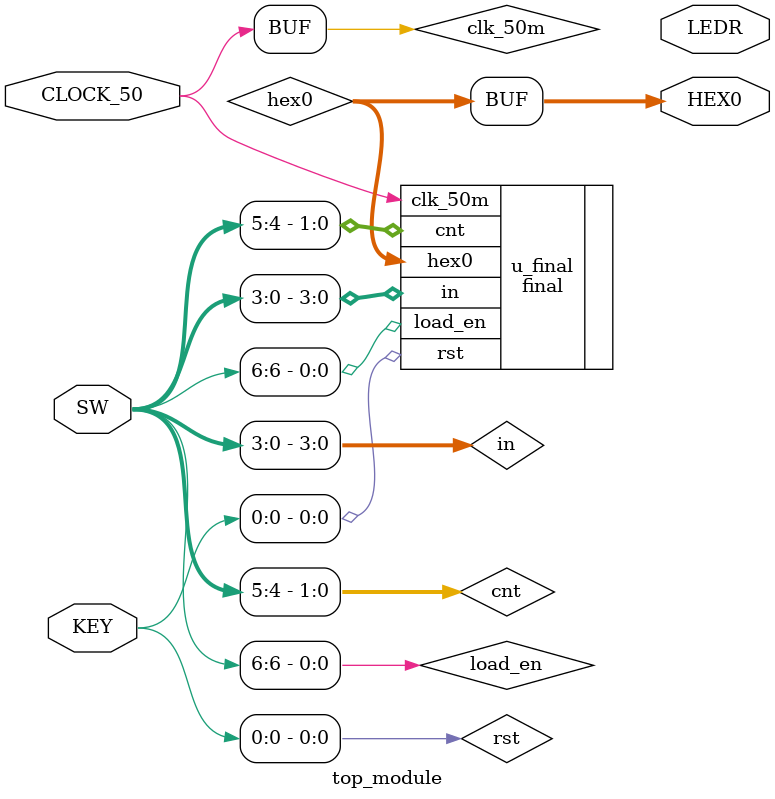
<source format=v>
module top_module ( CLOCK_50, KEY, SW, HEX0, LEDR);
    input         CLOCK_50;
    input  [3:0]  KEY;
    input  [17:0] SW;
    output [6:0]  HEX0;
	 output [17:0] LEDR;
	 
	 wire clk_50m;
	 wire rst;
	 wire load_en;
	 wire [3:0] in;
	 wire [1:0] cnt;
	 wire [6:0] hex0;
	
	 assign clk_50m = CLOCK_50;
	 assign rst = KEY[0];
	 assign load_en = SW[6];
	 assign in = SW[3:0];
	 assign cnt = SW[5:4]; 
	 assign HEX0[6:0] = hex0;
 
    final u_final (
        .clk_50m (clk_50m),
        .rst     (rst),
        .load_en (load_en),
        .in      (in),
        .cnt     (cnt),
        .hex0    (hex0)
    );

endmodule
</source>
